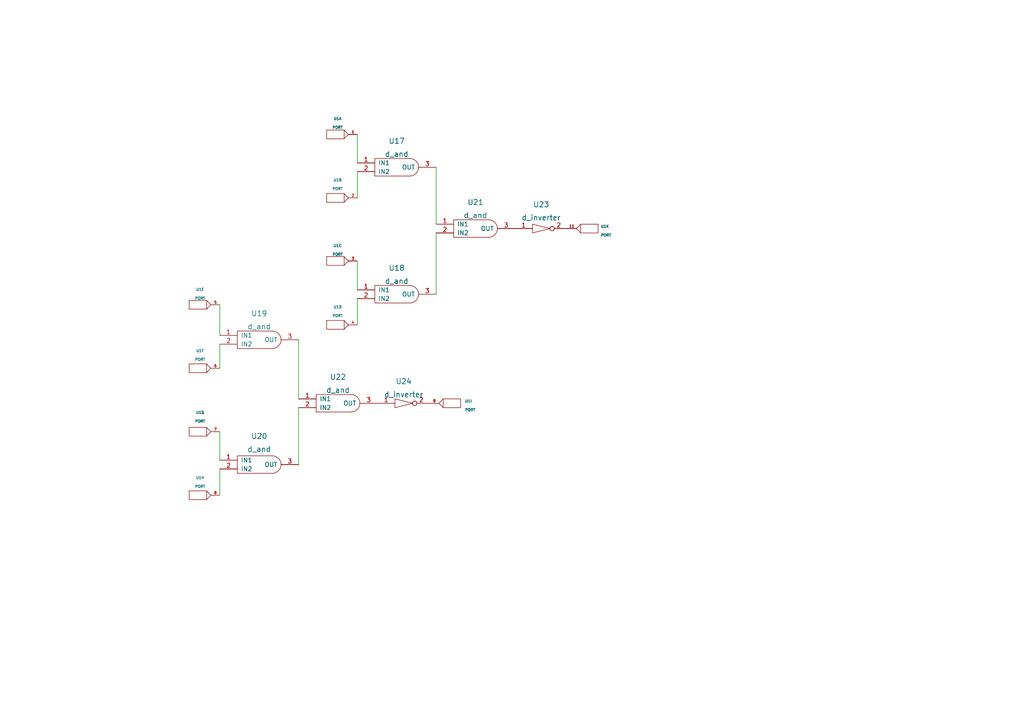
<source format=kicad_sch>
(kicad_sch (version 20211123) (generator eeschema)
  (paper "A4")
  (lib_symbols
    (symbol "eSim_Digital:d_and" (pin_names (offset 1.016))
      (property "Reference" "U" (at 0 0 0))
      (property "Value" "d_and" (at 1.27 2.54 0))
      (symbol "d_and_0_1"
        (polyline (pts (xy 3.81 -1.27) (xy -6.35 -1.27) (xy -6.35 3.81) (xy 3.81 3.81)))
        (arc (start 3.81 -1.27) (mid 5.5897 -0.5171) (end 6.35 1.27))
        (arc (start 6.35 1.27) (mid 5.5971 3.0497) (end 3.81 3.81))
      )
      (symbol "d_and_1_1"
        (pin input line (at -11.43 2.54 0) (length 5.08) (name "IN1") (number "1"))
        (pin input line (at -11.43 0 0) (length 5.08) (name "IN2") (number "2"))
        (pin output line (at 11.43 1.27 180) (length 5.08) (name "OUT") (number "3"))
      )
    )
    (symbol "eSim_Digital:d_inverter" (pin_names (offset 1.016))
      (property "Reference" "U" (at 0 -2.54 0))
      (property "Value" "d_inverter" (at 0 3.81 0))
      (symbol "d_inverter_0_1"
        (polyline (pts (xy -2.54 1.27) (xy -2.54 -1.27) (xy 2.54 0) (xy -2.54 1.27)))
      )
      (symbol "d_inverter_1_1"
        (pin input line (at -7.62 0 0) (length 5.08) (name "~") (number "1"))
        (pin output inverted (at 7.62 0 180) (length 5.08) (name "~") (number "2"))
      )
    )
    (symbol "eSim_Miscellaneous:PORT" (pin_names (offset 1.016))
      (property "Reference" "U" (at 1.27 2.54 0))
      (property "Value" "PORT" (at 0 0 0))
      (symbol "PORT_0_1"
        (rectangle (start -2.54 1.27) (end 2.54 -1.27))
        (arc (start 2.54 1.27) (mid 3.1355 0.5955) (end 3.81 0))
        (arc (start 3.81 0) (mid 3.1447 -0.6046) (end 2.54 -1.27))
      )
      (symbol "PORT_1_1"
        (pin bidirectional line (at 6.35 0 180) (length 2.54) (name "~") (number "1"))
      )
      (symbol "PORT_2_1"
        (pin bidirectional line (at 6.35 0 180) (length 2.54) (name "~") (number "2"))
      )
      (symbol "PORT_3_1"
        (pin bidirectional line (at 6.35 0 180) (length 2.54) (name "~") (number "3"))
      )
      (symbol "PORT_4_1"
        (pin bidirectional line (at 6.35 0 180) (length 2.54) (name "~") (number "4"))
      )
      (symbol "PORT_5_1"
        (pin bidirectional line (at 6.35 0 180) (length 2.54) (name "~") (number "5"))
      )
      (symbol "PORT_6_1"
        (pin bidirectional line (at 6.35 0 180) (length 2.54) (name "~") (number "6"))
      )
      (symbol "PORT_7_1"
        (pin bidirectional line (at 6.35 0 180) (length 2.54) (name "~") (number "7"))
      )
      (symbol "PORT_8_1"
        (pin bidirectional line (at 6.35 0 180) (length 2.54) (name "~") (number "8"))
      )
      (symbol "PORT_9_1"
        (pin bidirectional line (at 6.35 0 180) (length 2.54) (name "~") (number "9"))
      )
      (symbol "PORT_10_1"
        (pin bidirectional line (at 6.35 0 180) (length 2.54) (name "~") (number "10"))
      )
      (symbol "PORT_11_1"
        (pin bidirectional line (at 6.35 0 180) (length 2.54) (name "~") (number "11"))
      )
      (symbol "PORT_12_1"
        (pin bidirectional line (at 6.35 0 180) (length 2.54) (name "~") (number "12"))
      )
      (symbol "PORT_13_1"
        (pin bidirectional line (at 6.35 0 180) (length 2.54) (name "~") (number "13"))
      )
      (symbol "PORT_14_1"
        (pin bidirectional line (at 6.35 0 180) (length 2.54) (name "~") (number "14"))
      )
      (symbol "PORT_15_1"
        (pin bidirectional line (at 6.35 0 180) (length 2.54) (name "~") (number "15"))
      )
      (symbol "PORT_16_1"
        (pin bidirectional line (at 6.35 0 180) (length 2.54) (name "~") (number "16"))
      )
      (symbol "PORT_17_1"
        (pin bidirectional line (at 6.35 0 180) (length 2.54) (name "~") (number "17"))
      )
      (symbol "PORT_18_1"
        (pin bidirectional line (at 6.35 0 180) (length 2.54) (name "~") (number "18"))
      )
      (symbol "PORT_19_1"
        (pin bidirectional line (at 6.35 0 180) (length 2.54) (name "~") (number "19"))
      )
      (symbol "PORT_20_1"
        (pin bidirectional line (at 6.35 0 180) (length 2.54) (name "~") (number "20"))
      )
      (symbol "PORT_21_1"
        (pin bidirectional line (at 6.35 0 180) (length 2.54) (name "~") (number "21"))
      )
      (symbol "PORT_22_1"
        (pin bidirectional line (at 6.35 0 180) (length 2.54) (name "~") (number "22"))
      )
      (symbol "PORT_23_1"
        (pin bidirectional line (at 6.35 0 180) (length 2.54) (name "~") (number "23"))
      )
      (symbol "PORT_24_1"
        (pin bidirectional line (at 6.35 0 180) (length 2.54) (name "~") (number "24"))
      )
      (symbol "PORT_25_1"
        (pin bidirectional line (at 6.35 0 180) (length 2.54) (name "~") (number "25"))
      )
      (symbol "PORT_26_1"
        (pin bidirectional line (at 6.35 0 180) (length 2.54) (name "~") (number "26"))
      )
    )
  )
  (wire (pts (xy 126.492 65.024) (xy 126.492 48.514)))
  (wire (pts (xy 103.632 49.784) (xy 103.632 57.404)))
  (wire (pts (xy 103.632 86.614) (xy 103.632 94.234)))
  (wire (pts (xy 103.632 47.244) (xy 103.632 38.989)))
  (wire (pts (xy 63.754 99.822) (xy 63.754 106.807)))
  (wire (pts (xy 86.614 118.237) (xy 86.614 134.747)))
  (wire (pts (xy 103.632 75.692) (xy 103.632 84.074)))
  (wire (pts (xy 86.614 115.697) (xy 86.614 98.552)))
  (wire (pts (xy 63.754 97.282) (xy 63.754 88.392)))
  (wire (pts (xy 126.492 67.564) (xy 126.492 85.344)))
  (wire (pts (xy 63.754 133.477) (xy 63.754 125.222)))
  (wire (pts (xy 63.754 136.017) (xy 63.754 143.637)))
  (symbol (lib_id "eSim_Miscellaneous:PORT") (at 97.282 57.404 0) (unit 2)
    (property "Reference" "U1" (at 97.917 52.197 0) (effects (font (size 0.762 0.762))))
    (property "Value" "PORT" (at 97.917 54.737 0) (effects (font (size 0.762 0.762))))
  )
  (symbol (lib_id "eSim_Digital:d_and") (at 115.062 49.784 0) (unit 1)
    (property "Reference" "U17" (at 115.062 40.894 0) (effects (font (size 1.524 1.524))))
    (property "Value" "d_and" (at 115.062 44.704 0) (effects (font (size 1.524 1.524))))
  )
  (symbol (lib_id "eSim_Miscellaneous:PORT") (at 131.064 116.967 180) (unit 9)
    (property "Reference" "U1" (at 134.874 116.332 0) (effects (font (size 0.762 0.762)) (justify right)))
    (property "Value" "PORT" (at 134.874 118.872 0) (effects (font (size 0.762 0.762)) (justify right)))
  )
  (symbol (lib_id "eSim_Digital:d_and") (at 75.184 99.822 0) (unit 1)
    (property "Reference" "U19" (at 75.184 90.932 0) (effects (font (size 1.524 1.524))))
    (property "Value" "d_and" (at 75.184 94.742 0) (effects (font (size 1.524 1.524))))
  )
  (symbol (lib_id "eSim_Digital:d_and") (at 137.922 67.564 0) (unit 1)
    (property "Reference" "U21" (at 137.922 58.674 0) (effects (font (size 1.524 1.524))))
    (property "Value" "d_and" (at 137.922 62.484 0) (effects (font (size 1.524 1.524))))
  )
  (symbol (lib_id "eSim_Miscellaneous:PORT") (at 57.404 125.222 0) (unit 7)
    (property "Reference" "U1" (at 58.039 119.634 0) (effects (font (size 0.762 0.762))))
    (property "Value" "PORT" (at 58.039 122.174 0) (effects (font (size 0.762 0.762))))
  )
  (symbol (lib_id "eSim_Miscellaneous:PORT") (at 97.282 38.989 0) (unit 1)
    (property "Reference" "U1" (at 97.917 34.417 0) (effects (font (size 0.762 0.762))))
    (property "Value" "PORT" (at 97.917 36.957 0) (effects (font (size 0.762 0.762))))
  )
  (symbol (lib_id "eSim_Digital:d_inverter") (at 117.094 116.967 0) (unit 1)
    (property "Reference" "U24" (at 117.094 110.617 0) (effects (font (size 1.524 1.524))))
    (property "Value" "d_inverter" (at 117.094 114.427 0) (effects (font (size 1.524 1.524))))
  )
  (symbol (lib_id "eSim_Miscellaneous:PORT") (at 97.282 94.234 0) (unit 4)
    (property "Reference" "U1" (at 97.917 89.027 0) (effects (font (size 0.762 0.762))))
    (property "Value" "PORT" (at 97.917 91.567 0) (effects (font (size 0.762 0.762))))
  )
  (symbol (lib_id "eSim_Digital:d_and") (at 98.044 118.237 0) (unit 1)
    (property "Reference" "U22" (at 98.044 109.347 0) (effects (font (size 1.524 1.524))))
    (property "Value" "d_and" (at 98.044 113.157 0) (effects (font (size 1.524 1.524))))
  )
  (symbol (lib_id "eSim_Miscellaneous:PORT") (at 170.942 66.294 180) (unit 11)
    (property "Reference" "U1" (at 174.244 65.659 0) (effects (font (size 0.762 0.762)) (justify right)))
    (property "Value" "PORT" (at 174.244 68.199 0) (effects (font (size 0.762 0.762)) (justify right)))
  )
  (symbol (lib_id "eSim_Digital:d_and") (at 75.184 136.017 0) (unit 1)
    (property "Reference" "U20" (at 75.184 126.492 0) (effects (font (size 1.524 1.524))))
    (property "Value" "d_and" (at 75.184 130.302 0) (effects (font (size 1.524 1.524))))
  )
  (symbol (lib_id "eSim_Digital:d_inverter") (at 156.972 66.294 0) (unit 1)
    (property "Reference" "U23" (at 156.972 59.309 0) (effects (font (size 1.524 1.524))))
    (property "Value" "d_inverter" (at 156.972 63.119 0) (effects (font (size 1.524 1.524))))
  )
  (symbol (lib_id "eSim_Miscellaneous:PORT") (at 97.282 75.692 0) (unit 3)
    (property "Reference" "U1" (at 97.917 71.247 0) (effects (font (size 0.762 0.762))))
    (property "Value" "PORT" (at 97.917 73.787 0) (effects (font (size 0.762 0.762))))
  )
  (symbol (lib_id "eSim_Miscellaneous:PORT") (at 57.404 88.392 0) (unit 5)
    (property "Reference" "U1" (at 58.039 83.947 0) (effects (font (size 0.762 0.762))))
    (property "Value" "PORT" (at 58.039 86.487 0) (effects (font (size 0.762 0.762))))
  )
  (symbol (lib_id "eSim_Digital:d_and") (at 115.062 86.614 0) (unit 1)
    (property "Reference" "U18" (at 115.062 77.724 0) (effects (font (size 1.524 1.524))))
    (property "Value" "d_and" (at 115.062 81.534 0) (effects (font (size 1.524 1.524))))
  )
  (symbol (lib_id "eSim_Miscellaneous:PORT") (at 57.404 143.637 0) (unit 8)
    (property "Reference" "U1" (at 58.039 138.557 0) (effects (font (size 0.762 0.762))))
    (property "Value" "PORT" (at 58.039 141.097 0) (effects (font (size 0.762 0.762))))
  )
  (symbol (lib_id "eSim_Miscellaneous:PORT") (at 57.404 106.807 0) (unit 6)
    (property "Reference" "U1" (at 58.039 101.727 0) (effects (font (size 0.762 0.762))))
    (property "Value" "PORT" (at 58.039 104.267 0) (effects (font (size 0.762 0.762))))
  )
)
</source>
